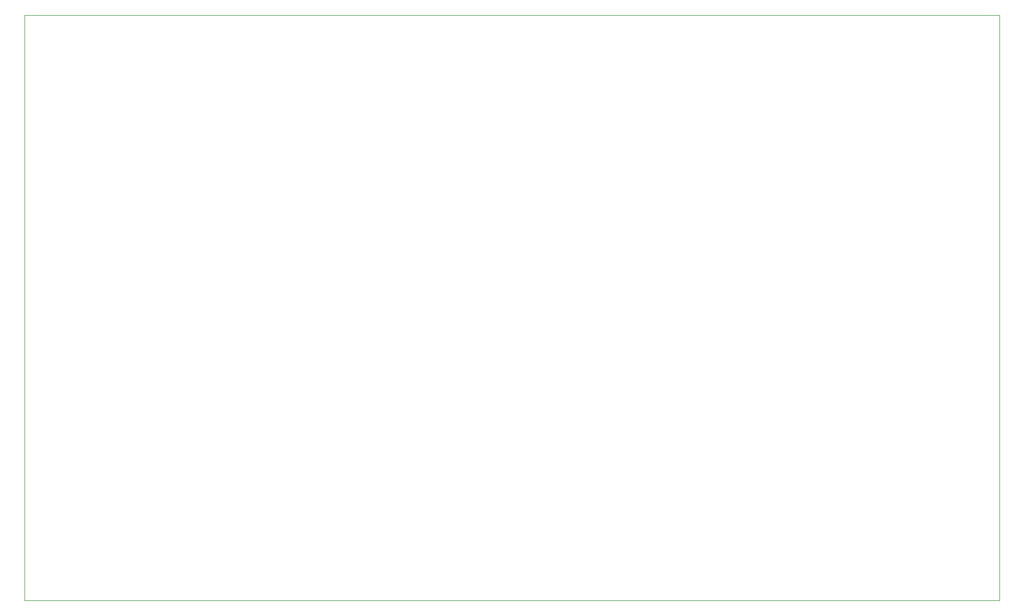
<source format=gbr>
G04 #@! TF.GenerationSoftware,KiCad,Pcbnew,(5.1.0)-1*
G04 #@! TF.CreationDate,2019-04-25T08:53:31+02:00*
G04 #@! TF.ProjectId,FHNW-Pro4E-FS19T8-3DPrinterBoard-STM32,46484e57-2d50-4726-9f34-452d46533139,rev?*
G04 #@! TF.SameCoordinates,Original*
G04 #@! TF.FileFunction,Profile,NP*
%FSLAX46Y46*%
G04 Gerber Fmt 4.6, Leading zero omitted, Abs format (unit mm)*
G04 Created by KiCad (PCBNEW (5.1.0)-1) date 2019-04-25 08:53:31*
%MOMM*%
%LPD*%
G04 APERTURE LIST*
%ADD10C,0.050000*%
G04 APERTURE END LIST*
D10*
X82000000Y-20000000D02*
X82000000Y-115000000D01*
X240000000Y-20000000D02*
X82000000Y-20000000D01*
X240000000Y-115000000D02*
X240000000Y-20000000D01*
X82000000Y-115000000D02*
X240000000Y-115000000D01*
M02*

</source>
